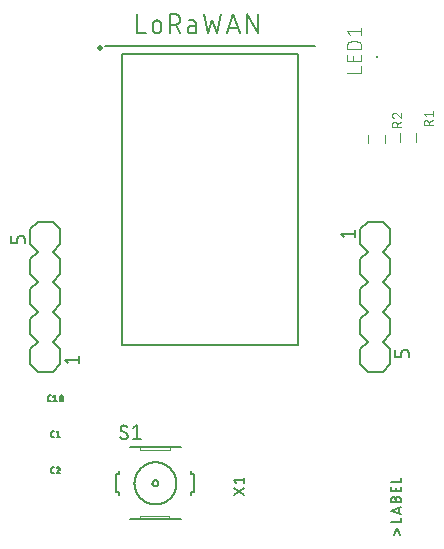
<source format=gbr>
G04 EAGLE Gerber RS-274X export*
G75*
%MOMM*%
%FSLAX34Y34*%
%LPD*%
%INSilkscreen Top*%
%IPPOS*%
%AMOC8*
5,1,8,0,0,1.08239X$1,22.5*%
G01*
%ADD10C,0.152400*%
%ADD11C,0.127000*%
%ADD12C,0.050800*%
%ADD13C,0.177800*%
%ADD14C,0.508000*%
%ADD15C,0.120000*%
%ADD16C,0.076200*%
%ADD17R,0.200000X0.200000*%
%ADD18C,0.101600*%


D10*
X129032Y963168D02*
X129032Y946912D01*
X136257Y946912D01*
X141889Y950524D02*
X141889Y954137D01*
X141890Y954137D02*
X141892Y954256D01*
X141898Y954376D01*
X141908Y954495D01*
X141922Y954613D01*
X141939Y954732D01*
X141961Y954849D01*
X141986Y954966D01*
X142016Y955081D01*
X142049Y955196D01*
X142086Y955310D01*
X142126Y955422D01*
X142171Y955533D01*
X142219Y955642D01*
X142270Y955750D01*
X142325Y955856D01*
X142384Y955960D01*
X142446Y956062D01*
X142511Y956162D01*
X142580Y956260D01*
X142652Y956356D01*
X142727Y956449D01*
X142804Y956539D01*
X142885Y956627D01*
X142969Y956712D01*
X143056Y956794D01*
X143145Y956874D01*
X143237Y956950D01*
X143331Y957024D01*
X143428Y957094D01*
X143526Y957161D01*
X143627Y957225D01*
X143731Y957285D01*
X143836Y957342D01*
X143943Y957395D01*
X144051Y957445D01*
X144161Y957491D01*
X144273Y957533D01*
X144386Y957572D01*
X144500Y957607D01*
X144615Y957638D01*
X144732Y957666D01*
X144849Y957689D01*
X144966Y957709D01*
X145085Y957725D01*
X145204Y957737D01*
X145323Y957745D01*
X145442Y957749D01*
X145562Y957749D01*
X145681Y957745D01*
X145800Y957737D01*
X145919Y957725D01*
X146038Y957709D01*
X146155Y957689D01*
X146272Y957666D01*
X146389Y957638D01*
X146504Y957607D01*
X146618Y957572D01*
X146731Y957533D01*
X146843Y957491D01*
X146953Y957445D01*
X147061Y957395D01*
X147168Y957342D01*
X147273Y957285D01*
X147377Y957225D01*
X147478Y957161D01*
X147576Y957094D01*
X147673Y957024D01*
X147767Y956950D01*
X147859Y956874D01*
X147948Y956794D01*
X148035Y956712D01*
X148119Y956627D01*
X148200Y956539D01*
X148277Y956449D01*
X148352Y956356D01*
X148424Y956260D01*
X148493Y956162D01*
X148558Y956062D01*
X148620Y955960D01*
X148679Y955856D01*
X148734Y955750D01*
X148785Y955642D01*
X148833Y955533D01*
X148878Y955422D01*
X148918Y955310D01*
X148955Y955196D01*
X148988Y955081D01*
X149018Y954966D01*
X149043Y954849D01*
X149065Y954732D01*
X149082Y954613D01*
X149096Y954495D01*
X149106Y954376D01*
X149112Y954256D01*
X149114Y954137D01*
X149114Y950524D01*
X149112Y950405D01*
X149106Y950285D01*
X149096Y950166D01*
X149082Y950048D01*
X149065Y949929D01*
X149043Y949812D01*
X149018Y949695D01*
X148988Y949580D01*
X148955Y949465D01*
X148918Y949351D01*
X148878Y949239D01*
X148833Y949128D01*
X148785Y949019D01*
X148734Y948911D01*
X148679Y948805D01*
X148620Y948701D01*
X148558Y948599D01*
X148493Y948499D01*
X148424Y948401D01*
X148352Y948305D01*
X148277Y948212D01*
X148200Y948122D01*
X148119Y948034D01*
X148035Y947949D01*
X147948Y947867D01*
X147859Y947787D01*
X147767Y947711D01*
X147673Y947637D01*
X147576Y947567D01*
X147478Y947500D01*
X147377Y947436D01*
X147273Y947376D01*
X147168Y947319D01*
X147061Y947266D01*
X146953Y947216D01*
X146843Y947170D01*
X146731Y947128D01*
X146618Y947089D01*
X146504Y947054D01*
X146389Y947023D01*
X146272Y946995D01*
X146155Y946972D01*
X146038Y946952D01*
X145919Y946936D01*
X145800Y946924D01*
X145681Y946916D01*
X145562Y946912D01*
X145442Y946912D01*
X145323Y946916D01*
X145204Y946924D01*
X145085Y946936D01*
X144966Y946952D01*
X144849Y946972D01*
X144732Y946995D01*
X144615Y947023D01*
X144500Y947054D01*
X144386Y947089D01*
X144273Y947128D01*
X144161Y947170D01*
X144051Y947216D01*
X143943Y947266D01*
X143836Y947319D01*
X143731Y947376D01*
X143627Y947436D01*
X143526Y947500D01*
X143428Y947567D01*
X143331Y947637D01*
X143237Y947711D01*
X143145Y947787D01*
X143056Y947867D01*
X142969Y947949D01*
X142885Y948034D01*
X142804Y948122D01*
X142727Y948212D01*
X142652Y948305D01*
X142580Y948401D01*
X142511Y948499D01*
X142446Y948599D01*
X142384Y948701D01*
X142325Y948805D01*
X142270Y948911D01*
X142219Y949019D01*
X142171Y949128D01*
X142126Y949239D01*
X142086Y949351D01*
X142049Y949465D01*
X142016Y949580D01*
X141986Y949695D01*
X141961Y949812D01*
X141939Y949929D01*
X141922Y950048D01*
X141908Y950166D01*
X141898Y950285D01*
X141892Y950405D01*
X141890Y950524D01*
X156188Y946912D02*
X156188Y963168D01*
X160703Y963168D01*
X160836Y963166D01*
X160968Y963160D01*
X161100Y963150D01*
X161232Y963137D01*
X161364Y963119D01*
X161494Y963098D01*
X161625Y963073D01*
X161754Y963044D01*
X161882Y963011D01*
X162010Y962975D01*
X162136Y962935D01*
X162261Y962891D01*
X162385Y962843D01*
X162507Y962792D01*
X162628Y962737D01*
X162747Y962679D01*
X162865Y962617D01*
X162980Y962552D01*
X163094Y962483D01*
X163205Y962412D01*
X163314Y962336D01*
X163421Y962258D01*
X163526Y962177D01*
X163628Y962092D01*
X163728Y962005D01*
X163825Y961915D01*
X163920Y961822D01*
X164011Y961726D01*
X164100Y961628D01*
X164186Y961527D01*
X164269Y961423D01*
X164349Y961317D01*
X164425Y961209D01*
X164499Y961099D01*
X164569Y960986D01*
X164636Y960872D01*
X164699Y960755D01*
X164759Y960637D01*
X164816Y960517D01*
X164869Y960395D01*
X164918Y960272D01*
X164964Y960148D01*
X165006Y960022D01*
X165044Y959895D01*
X165079Y959767D01*
X165110Y959638D01*
X165137Y959509D01*
X165160Y959378D01*
X165180Y959247D01*
X165195Y959115D01*
X165207Y958983D01*
X165215Y958851D01*
X165219Y958718D01*
X165219Y958586D01*
X165215Y958453D01*
X165207Y958321D01*
X165195Y958189D01*
X165180Y958057D01*
X165160Y957926D01*
X165137Y957795D01*
X165110Y957666D01*
X165079Y957537D01*
X165044Y957409D01*
X165006Y957282D01*
X164964Y957156D01*
X164918Y957032D01*
X164869Y956909D01*
X164816Y956787D01*
X164759Y956667D01*
X164699Y956549D01*
X164636Y956432D01*
X164569Y956318D01*
X164499Y956205D01*
X164425Y956095D01*
X164349Y955987D01*
X164269Y955881D01*
X164186Y955777D01*
X164100Y955676D01*
X164011Y955578D01*
X163920Y955482D01*
X163825Y955389D01*
X163728Y955299D01*
X163628Y955212D01*
X163526Y955127D01*
X163421Y955046D01*
X163314Y954968D01*
X163205Y954892D01*
X163094Y954821D01*
X162980Y954752D01*
X162865Y954687D01*
X162747Y954625D01*
X162628Y954567D01*
X162507Y954512D01*
X162385Y954461D01*
X162261Y954413D01*
X162136Y954369D01*
X162010Y954329D01*
X161882Y954293D01*
X161754Y954260D01*
X161625Y954231D01*
X161494Y954206D01*
X161364Y954185D01*
X161232Y954167D01*
X161100Y954154D01*
X160968Y954144D01*
X160836Y954138D01*
X160703Y954136D01*
X160703Y954137D02*
X156188Y954137D01*
X161607Y954137D02*
X165219Y946912D01*
X174676Y953234D02*
X178740Y953234D01*
X174676Y953234D02*
X174564Y953232D01*
X174453Y953226D01*
X174342Y953216D01*
X174231Y953203D01*
X174121Y953185D01*
X174012Y953163D01*
X173903Y953138D01*
X173795Y953109D01*
X173689Y953076D01*
X173583Y953039D01*
X173479Y952999D01*
X173377Y952955D01*
X173276Y952907D01*
X173177Y952856D01*
X173079Y952801D01*
X172984Y952743D01*
X172891Y952682D01*
X172800Y952617D01*
X172711Y952549D01*
X172625Y952478D01*
X172542Y952405D01*
X172461Y952328D01*
X172382Y952248D01*
X172307Y952166D01*
X172235Y952081D01*
X172165Y951994D01*
X172099Y951904D01*
X172036Y951812D01*
X171976Y951717D01*
X171920Y951621D01*
X171867Y951523D01*
X171818Y951423D01*
X171772Y951321D01*
X171730Y951218D01*
X171691Y951113D01*
X171656Y951007D01*
X171625Y950900D01*
X171598Y950792D01*
X171574Y950683D01*
X171555Y950573D01*
X171539Y950463D01*
X171527Y950352D01*
X171519Y950240D01*
X171515Y950129D01*
X171515Y950017D01*
X171519Y949906D01*
X171527Y949794D01*
X171539Y949683D01*
X171555Y949573D01*
X171574Y949463D01*
X171598Y949354D01*
X171625Y949246D01*
X171656Y949139D01*
X171691Y949033D01*
X171730Y948928D01*
X171772Y948825D01*
X171818Y948723D01*
X171867Y948623D01*
X171920Y948525D01*
X171976Y948429D01*
X172036Y948334D01*
X172099Y948242D01*
X172165Y948152D01*
X172235Y948065D01*
X172307Y947980D01*
X172382Y947898D01*
X172461Y947818D01*
X172542Y947741D01*
X172625Y947668D01*
X172711Y947597D01*
X172800Y947529D01*
X172891Y947464D01*
X172984Y947403D01*
X173079Y947345D01*
X173177Y947290D01*
X173276Y947239D01*
X173377Y947191D01*
X173479Y947147D01*
X173583Y947107D01*
X173689Y947070D01*
X173795Y947037D01*
X173903Y947008D01*
X174012Y946983D01*
X174121Y946961D01*
X174231Y946943D01*
X174342Y946930D01*
X174453Y946920D01*
X174564Y946914D01*
X174676Y946912D01*
X178740Y946912D01*
X178740Y955040D01*
X178738Y955141D01*
X178732Y955242D01*
X178723Y955343D01*
X178710Y955444D01*
X178693Y955544D01*
X178672Y955643D01*
X178648Y955741D01*
X178620Y955838D01*
X178588Y955935D01*
X178553Y956030D01*
X178514Y956123D01*
X178472Y956215D01*
X178426Y956306D01*
X178377Y956395D01*
X178325Y956481D01*
X178269Y956566D01*
X178211Y956649D01*
X178149Y956729D01*
X178084Y956807D01*
X178017Y956883D01*
X177947Y956956D01*
X177874Y957026D01*
X177798Y957093D01*
X177720Y957158D01*
X177640Y957220D01*
X177557Y957278D01*
X177472Y957334D01*
X177386Y957386D01*
X177297Y957435D01*
X177206Y957481D01*
X177114Y957523D01*
X177021Y957562D01*
X176926Y957597D01*
X176829Y957629D01*
X176732Y957657D01*
X176634Y957681D01*
X176535Y957702D01*
X176435Y957719D01*
X176334Y957732D01*
X176233Y957741D01*
X176132Y957747D01*
X176031Y957749D01*
X172418Y957749D01*
X185171Y963168D02*
X188783Y946912D01*
X192395Y957749D01*
X196008Y946912D01*
X199620Y963168D01*
X210111Y963168D02*
X204692Y946912D01*
X215529Y946912D02*
X210111Y963168D01*
X214175Y950976D02*
X206047Y950976D01*
X221748Y946912D02*
X221748Y963168D01*
X230779Y946912D01*
X230779Y963168D01*
D11*
X55451Y635381D02*
X54378Y635381D01*
X54313Y635383D01*
X54249Y635389D01*
X54185Y635399D01*
X54121Y635412D01*
X54059Y635430D01*
X53998Y635451D01*
X53938Y635475D01*
X53880Y635504D01*
X53823Y635536D01*
X53769Y635571D01*
X53717Y635609D01*
X53667Y635651D01*
X53620Y635695D01*
X53576Y635742D01*
X53534Y635792D01*
X53496Y635844D01*
X53461Y635898D01*
X53429Y635955D01*
X53400Y636013D01*
X53376Y636073D01*
X53355Y636134D01*
X53337Y636196D01*
X53324Y636260D01*
X53314Y636324D01*
X53308Y636388D01*
X53306Y636453D01*
X53306Y639135D01*
X53308Y639200D01*
X53314Y639264D01*
X53324Y639328D01*
X53337Y639392D01*
X53355Y639454D01*
X53376Y639515D01*
X53400Y639575D01*
X53429Y639633D01*
X53461Y639690D01*
X53496Y639744D01*
X53534Y639796D01*
X53576Y639846D01*
X53620Y639893D01*
X53667Y639937D01*
X53717Y639979D01*
X53769Y640017D01*
X53823Y640052D01*
X53880Y640084D01*
X53938Y640113D01*
X53998Y640137D01*
X54059Y640158D01*
X54121Y640176D01*
X54185Y640189D01*
X54249Y640199D01*
X54313Y640205D01*
X54378Y640207D01*
X55451Y640207D01*
X57907Y639135D02*
X59247Y640207D01*
X59247Y635381D01*
X57907Y635381D02*
X60588Y635381D01*
X63393Y637794D02*
X63395Y637914D01*
X63400Y638034D01*
X63409Y638154D01*
X63422Y638274D01*
X63438Y638393D01*
X63458Y638512D01*
X63482Y638630D01*
X63509Y638747D01*
X63539Y638863D01*
X63573Y638978D01*
X63611Y639093D01*
X63652Y639206D01*
X63696Y639317D01*
X63744Y639428D01*
X63795Y639537D01*
X63796Y639537D02*
X63817Y639594D01*
X63843Y639650D01*
X63871Y639705D01*
X63903Y639757D01*
X63939Y639808D01*
X63977Y639856D01*
X64018Y639902D01*
X64062Y639945D01*
X64108Y639985D01*
X64157Y640022D01*
X64209Y640056D01*
X64262Y640087D01*
X64317Y640115D01*
X64373Y640139D01*
X64431Y640160D01*
X64490Y640177D01*
X64550Y640190D01*
X64611Y640199D01*
X64673Y640205D01*
X64734Y640207D01*
X64795Y640205D01*
X64857Y640199D01*
X64918Y640190D01*
X64978Y640177D01*
X65037Y640160D01*
X65095Y640139D01*
X65151Y640115D01*
X65206Y640087D01*
X65259Y640056D01*
X65311Y640022D01*
X65360Y639985D01*
X65406Y639945D01*
X65450Y639902D01*
X65491Y639856D01*
X65529Y639808D01*
X65565Y639757D01*
X65597Y639705D01*
X65625Y639650D01*
X65651Y639594D01*
X65672Y639537D01*
X65723Y639428D01*
X65771Y639317D01*
X65815Y639206D01*
X65856Y639093D01*
X65894Y638978D01*
X65928Y638863D01*
X65958Y638747D01*
X65985Y638630D01*
X66009Y638512D01*
X66029Y638393D01*
X66045Y638274D01*
X66058Y638154D01*
X66067Y638034D01*
X66072Y637914D01*
X66074Y637794D01*
X63393Y637794D02*
X63395Y637674D01*
X63400Y637554D01*
X63409Y637434D01*
X63422Y637314D01*
X63438Y637195D01*
X63458Y637076D01*
X63482Y636958D01*
X63509Y636841D01*
X63539Y636725D01*
X63573Y636610D01*
X63611Y636495D01*
X63652Y636382D01*
X63696Y636271D01*
X63744Y636160D01*
X63795Y636051D01*
X63796Y636051D02*
X63817Y635994D01*
X63843Y635938D01*
X63871Y635883D01*
X63903Y635831D01*
X63939Y635780D01*
X63977Y635732D01*
X64018Y635686D01*
X64062Y635643D01*
X64108Y635603D01*
X64157Y635566D01*
X64209Y635532D01*
X64262Y635501D01*
X64317Y635473D01*
X64373Y635449D01*
X64431Y635428D01*
X64490Y635411D01*
X64550Y635398D01*
X64611Y635389D01*
X64673Y635383D01*
X64734Y635381D01*
X65672Y636051D02*
X65723Y636160D01*
X65771Y636271D01*
X65815Y636382D01*
X65856Y636495D01*
X65894Y636610D01*
X65928Y636725D01*
X65958Y636841D01*
X65985Y636958D01*
X66009Y637076D01*
X66029Y637195D01*
X66045Y637314D01*
X66058Y637434D01*
X66067Y637554D01*
X66072Y637674D01*
X66074Y637794D01*
X65672Y636051D02*
X65651Y635994D01*
X65625Y635938D01*
X65597Y635883D01*
X65565Y635831D01*
X65529Y635780D01*
X65491Y635732D01*
X65450Y635686D01*
X65406Y635643D01*
X65359Y635603D01*
X65311Y635566D01*
X65259Y635532D01*
X65206Y635501D01*
X65151Y635473D01*
X65095Y635449D01*
X65037Y635428D01*
X64978Y635411D01*
X64918Y635398D01*
X64857Y635389D01*
X64795Y635383D01*
X64734Y635381D01*
X63661Y636453D02*
X65806Y639135D01*
D10*
X342900Y768350D02*
X342900Y781050D01*
X342900Y768350D02*
X336550Y762000D01*
X323850Y762000D02*
X317500Y768350D01*
X336550Y762000D02*
X342900Y755650D01*
X342900Y742950D01*
X336550Y736600D01*
X323850Y736600D02*
X317500Y742950D01*
X317500Y755650D01*
X323850Y762000D01*
X323850Y787400D02*
X336550Y787400D01*
X342900Y781050D01*
X323850Y787400D02*
X317500Y781050D01*
X317500Y768350D01*
X336550Y736600D02*
X342900Y730250D01*
X342900Y717550D01*
X336550Y711200D01*
X323850Y711200D02*
X317500Y717550D01*
X317500Y730250D01*
X323850Y736600D01*
X342900Y704850D02*
X342900Y692150D01*
X336550Y685800D01*
X323850Y685800D02*
X317500Y692150D01*
X336550Y685800D02*
X342900Y679450D01*
X342900Y666750D01*
X336550Y660400D01*
X323850Y660400D01*
X317500Y666750D01*
X317500Y679450D01*
X323850Y685800D01*
X342900Y704850D02*
X336550Y711200D01*
X323850Y711200D02*
X317500Y704850D01*
X317500Y692150D01*
D11*
X304165Y774065D02*
X301625Y777240D01*
X313055Y777240D01*
X313055Y774065D02*
X313055Y780415D01*
X358775Y676275D02*
X358775Y672465D01*
X358775Y676275D02*
X358773Y676375D01*
X358767Y676474D01*
X358757Y676574D01*
X358744Y676672D01*
X358726Y676771D01*
X358705Y676868D01*
X358680Y676964D01*
X358651Y677060D01*
X358618Y677154D01*
X358582Y677247D01*
X358542Y677338D01*
X358498Y677428D01*
X358451Y677516D01*
X358401Y677602D01*
X358347Y677686D01*
X358290Y677768D01*
X358230Y677847D01*
X358166Y677925D01*
X358100Y677999D01*
X358031Y678071D01*
X357959Y678140D01*
X357885Y678206D01*
X357807Y678270D01*
X357728Y678330D01*
X357646Y678387D01*
X357562Y678441D01*
X357476Y678491D01*
X357388Y678538D01*
X357298Y678582D01*
X357207Y678622D01*
X357114Y678658D01*
X357020Y678691D01*
X356924Y678720D01*
X356828Y678745D01*
X356731Y678766D01*
X356632Y678784D01*
X356534Y678797D01*
X356434Y678807D01*
X356335Y678813D01*
X356235Y678815D01*
X354965Y678815D01*
X354865Y678813D01*
X354766Y678807D01*
X354666Y678797D01*
X354568Y678784D01*
X354469Y678766D01*
X354372Y678745D01*
X354276Y678720D01*
X354180Y678691D01*
X354086Y678658D01*
X353993Y678622D01*
X353902Y678582D01*
X353812Y678538D01*
X353724Y678491D01*
X353638Y678441D01*
X353554Y678387D01*
X353472Y678330D01*
X353393Y678270D01*
X353315Y678206D01*
X353241Y678140D01*
X353169Y678071D01*
X353100Y677999D01*
X353034Y677925D01*
X352970Y677847D01*
X352910Y677768D01*
X352853Y677686D01*
X352799Y677602D01*
X352749Y677516D01*
X352702Y677428D01*
X352658Y677338D01*
X352618Y677247D01*
X352582Y677154D01*
X352549Y677060D01*
X352520Y676964D01*
X352495Y676868D01*
X352474Y676771D01*
X352456Y676672D01*
X352443Y676574D01*
X352433Y676474D01*
X352427Y676375D01*
X352425Y676275D01*
X352425Y672465D01*
X347345Y672465D01*
X347345Y678815D01*
D10*
X38100Y679450D02*
X38100Y666750D01*
X38100Y679450D02*
X44450Y685800D01*
X57150Y685800D02*
X63500Y679450D01*
X44450Y685800D02*
X38100Y692150D01*
X38100Y704850D01*
X44450Y711200D01*
X57150Y711200D02*
X63500Y704850D01*
X63500Y692150D01*
X57150Y685800D01*
X57150Y660400D02*
X44450Y660400D01*
X38100Y666750D01*
X57150Y660400D02*
X63500Y666750D01*
X63500Y679450D01*
X44450Y711200D02*
X38100Y717550D01*
X38100Y730250D01*
X44450Y736600D01*
X57150Y736600D02*
X63500Y730250D01*
X63500Y717550D01*
X57150Y711200D01*
X38100Y742950D02*
X38100Y755650D01*
X44450Y762000D01*
X57150Y762000D02*
X63500Y755650D01*
X44450Y762000D02*
X38100Y768350D01*
X38100Y781050D01*
X44450Y787400D01*
X57150Y787400D01*
X63500Y781050D01*
X63500Y768350D01*
X57150Y762000D01*
X38100Y742950D02*
X44450Y736600D01*
X57150Y736600D02*
X63500Y742950D01*
X63500Y755650D01*
D11*
X67945Y670560D02*
X70485Y667385D01*
X67945Y670560D02*
X79375Y670560D01*
X79375Y667385D02*
X79375Y673735D01*
X33655Y768985D02*
X33655Y772795D01*
X33653Y772895D01*
X33647Y772994D01*
X33637Y773094D01*
X33624Y773192D01*
X33606Y773291D01*
X33585Y773388D01*
X33560Y773484D01*
X33531Y773580D01*
X33498Y773674D01*
X33462Y773767D01*
X33422Y773858D01*
X33378Y773948D01*
X33331Y774036D01*
X33281Y774122D01*
X33227Y774206D01*
X33170Y774288D01*
X33110Y774367D01*
X33046Y774445D01*
X32980Y774519D01*
X32911Y774591D01*
X32839Y774660D01*
X32765Y774726D01*
X32687Y774790D01*
X32608Y774850D01*
X32526Y774907D01*
X32442Y774961D01*
X32356Y775011D01*
X32268Y775058D01*
X32178Y775102D01*
X32087Y775142D01*
X31994Y775178D01*
X31900Y775211D01*
X31804Y775240D01*
X31708Y775265D01*
X31611Y775286D01*
X31512Y775304D01*
X31414Y775317D01*
X31314Y775327D01*
X31215Y775333D01*
X31115Y775335D01*
X29845Y775335D01*
X29745Y775333D01*
X29646Y775327D01*
X29546Y775317D01*
X29448Y775304D01*
X29349Y775286D01*
X29252Y775265D01*
X29156Y775240D01*
X29060Y775211D01*
X28966Y775178D01*
X28873Y775142D01*
X28782Y775102D01*
X28692Y775058D01*
X28604Y775011D01*
X28518Y774961D01*
X28434Y774907D01*
X28352Y774850D01*
X28273Y774790D01*
X28195Y774726D01*
X28121Y774660D01*
X28049Y774591D01*
X27980Y774519D01*
X27914Y774445D01*
X27850Y774367D01*
X27790Y774288D01*
X27733Y774206D01*
X27679Y774122D01*
X27629Y774036D01*
X27582Y773948D01*
X27538Y773858D01*
X27498Y773767D01*
X27462Y773674D01*
X27429Y773580D01*
X27400Y773484D01*
X27375Y773388D01*
X27354Y773291D01*
X27336Y773192D01*
X27323Y773094D01*
X27313Y772994D01*
X27307Y772895D01*
X27305Y772795D01*
X27305Y768985D01*
X22225Y768985D01*
X22225Y775335D01*
D10*
X174752Y558292D02*
X177292Y558292D01*
X177292Y573532D01*
X174752Y573532D01*
X113792Y573532D02*
X111252Y573532D01*
X111252Y558292D01*
X113792Y558292D01*
D12*
X131572Y593852D02*
X131572Y596392D01*
X131572Y593852D02*
X156972Y593852D01*
X156972Y596392D01*
X155702Y537972D02*
X131572Y537972D01*
X155702Y537972D02*
X155702Y535432D01*
X131572Y535432D02*
X131572Y537972D01*
D10*
X131572Y535432D02*
X122682Y535432D01*
X156972Y596392D02*
X165862Y596392D01*
X156972Y596392D02*
X131572Y596392D01*
X122682Y596392D01*
X131572Y535432D02*
X155702Y535432D01*
X165862Y535432D01*
X174752Y555752D02*
X174752Y558292D01*
X174752Y573532D02*
X174752Y576072D01*
X113792Y558292D02*
X113792Y555752D01*
X113792Y573532D02*
X113792Y576072D01*
X126492Y565912D02*
X126497Y566348D01*
X126513Y566784D01*
X126540Y567220D01*
X126578Y567655D01*
X126626Y568088D01*
X126684Y568521D01*
X126754Y568952D01*
X126834Y569381D01*
X126924Y569808D01*
X127025Y570232D01*
X127136Y570654D01*
X127258Y571073D01*
X127389Y571489D01*
X127531Y571902D01*
X127683Y572311D01*
X127845Y572716D01*
X128017Y573117D01*
X128199Y573514D01*
X128390Y573906D01*
X128591Y574293D01*
X128802Y574676D01*
X129022Y575053D01*
X129251Y575424D01*
X129488Y575790D01*
X129735Y576150D01*
X129991Y576504D01*
X130255Y576851D01*
X130528Y577192D01*
X130809Y577525D01*
X131098Y577852D01*
X131395Y578172D01*
X131700Y578484D01*
X132012Y578789D01*
X132332Y579086D01*
X132659Y579375D01*
X132992Y579656D01*
X133333Y579929D01*
X133680Y580193D01*
X134034Y580449D01*
X134394Y580696D01*
X134760Y580933D01*
X135131Y581162D01*
X135508Y581382D01*
X135891Y581593D01*
X136278Y581794D01*
X136670Y581985D01*
X137067Y582167D01*
X137468Y582339D01*
X137873Y582501D01*
X138282Y582653D01*
X138695Y582795D01*
X139111Y582926D01*
X139530Y583048D01*
X139952Y583159D01*
X140376Y583260D01*
X140803Y583350D01*
X141232Y583430D01*
X141663Y583500D01*
X142096Y583558D01*
X142529Y583606D01*
X142964Y583644D01*
X143400Y583671D01*
X143836Y583687D01*
X144272Y583692D01*
X144708Y583687D01*
X145144Y583671D01*
X145580Y583644D01*
X146015Y583606D01*
X146448Y583558D01*
X146881Y583500D01*
X147312Y583430D01*
X147741Y583350D01*
X148168Y583260D01*
X148592Y583159D01*
X149014Y583048D01*
X149433Y582926D01*
X149849Y582795D01*
X150262Y582653D01*
X150671Y582501D01*
X151076Y582339D01*
X151477Y582167D01*
X151874Y581985D01*
X152266Y581794D01*
X152653Y581593D01*
X153036Y581382D01*
X153413Y581162D01*
X153784Y580933D01*
X154150Y580696D01*
X154510Y580449D01*
X154864Y580193D01*
X155211Y579929D01*
X155552Y579656D01*
X155885Y579375D01*
X156212Y579086D01*
X156532Y578789D01*
X156844Y578484D01*
X157149Y578172D01*
X157446Y577852D01*
X157735Y577525D01*
X158016Y577192D01*
X158289Y576851D01*
X158553Y576504D01*
X158809Y576150D01*
X159056Y575790D01*
X159293Y575424D01*
X159522Y575053D01*
X159742Y574676D01*
X159953Y574293D01*
X160154Y573906D01*
X160345Y573514D01*
X160527Y573117D01*
X160699Y572716D01*
X160861Y572311D01*
X161013Y571902D01*
X161155Y571489D01*
X161286Y571073D01*
X161408Y570654D01*
X161519Y570232D01*
X161620Y569808D01*
X161710Y569381D01*
X161790Y568952D01*
X161860Y568521D01*
X161918Y568088D01*
X161966Y567655D01*
X162004Y567220D01*
X162031Y566784D01*
X162047Y566348D01*
X162052Y565912D01*
X162047Y565476D01*
X162031Y565040D01*
X162004Y564604D01*
X161966Y564169D01*
X161918Y563736D01*
X161860Y563303D01*
X161790Y562872D01*
X161710Y562443D01*
X161620Y562016D01*
X161519Y561592D01*
X161408Y561170D01*
X161286Y560751D01*
X161155Y560335D01*
X161013Y559922D01*
X160861Y559513D01*
X160699Y559108D01*
X160527Y558707D01*
X160345Y558310D01*
X160154Y557918D01*
X159953Y557531D01*
X159742Y557148D01*
X159522Y556771D01*
X159293Y556400D01*
X159056Y556034D01*
X158809Y555674D01*
X158553Y555320D01*
X158289Y554973D01*
X158016Y554632D01*
X157735Y554299D01*
X157446Y553972D01*
X157149Y553652D01*
X156844Y553340D01*
X156532Y553035D01*
X156212Y552738D01*
X155885Y552449D01*
X155552Y552168D01*
X155211Y551895D01*
X154864Y551631D01*
X154510Y551375D01*
X154150Y551128D01*
X153784Y550891D01*
X153413Y550662D01*
X153036Y550442D01*
X152653Y550231D01*
X152266Y550030D01*
X151874Y549839D01*
X151477Y549657D01*
X151076Y549485D01*
X150671Y549323D01*
X150262Y549171D01*
X149849Y549029D01*
X149433Y548898D01*
X149014Y548776D01*
X148592Y548665D01*
X148168Y548564D01*
X147741Y548474D01*
X147312Y548394D01*
X146881Y548324D01*
X146448Y548266D01*
X146015Y548218D01*
X145580Y548180D01*
X145144Y548153D01*
X144708Y548137D01*
X144272Y548132D01*
X143836Y548137D01*
X143400Y548153D01*
X142964Y548180D01*
X142529Y548218D01*
X142096Y548266D01*
X141663Y548324D01*
X141232Y548394D01*
X140803Y548474D01*
X140376Y548564D01*
X139952Y548665D01*
X139530Y548776D01*
X139111Y548898D01*
X138695Y549029D01*
X138282Y549171D01*
X137873Y549323D01*
X137468Y549485D01*
X137067Y549657D01*
X136670Y549839D01*
X136278Y550030D01*
X135891Y550231D01*
X135508Y550442D01*
X135131Y550662D01*
X134760Y550891D01*
X134394Y551128D01*
X134034Y551375D01*
X133680Y551631D01*
X133333Y551895D01*
X132992Y552168D01*
X132659Y552449D01*
X132332Y552738D01*
X132012Y553035D01*
X131700Y553340D01*
X131395Y553652D01*
X131098Y553972D01*
X130809Y554299D01*
X130528Y554632D01*
X130255Y554973D01*
X129991Y555320D01*
X129735Y555674D01*
X129488Y556034D01*
X129251Y556400D01*
X129022Y556771D01*
X128802Y557148D01*
X128591Y557531D01*
X128390Y557918D01*
X128199Y558310D01*
X128017Y558707D01*
X127845Y559108D01*
X127683Y559513D01*
X127531Y559922D01*
X127389Y560335D01*
X127258Y560751D01*
X127136Y561170D01*
X127025Y561592D01*
X126924Y562016D01*
X126834Y562443D01*
X126754Y562872D01*
X126684Y563303D01*
X126626Y563736D01*
X126578Y564169D01*
X126540Y564604D01*
X126513Y565040D01*
X126497Y565476D01*
X126492Y565912D01*
X141732Y565912D02*
X141734Y566012D01*
X141740Y566113D01*
X141750Y566212D01*
X141764Y566312D01*
X141781Y566411D01*
X141803Y566509D01*
X141829Y566606D01*
X141858Y566702D01*
X141891Y566796D01*
X141928Y566890D01*
X141968Y566982D01*
X142012Y567072D01*
X142060Y567160D01*
X142111Y567247D01*
X142165Y567331D01*
X142223Y567413D01*
X142284Y567493D01*
X142348Y567570D01*
X142415Y567645D01*
X142485Y567717D01*
X142558Y567786D01*
X142633Y567852D01*
X142711Y567916D01*
X142791Y567976D01*
X142874Y568033D01*
X142959Y568086D01*
X143046Y568136D01*
X143135Y568183D01*
X143225Y568226D01*
X143317Y568266D01*
X143411Y568302D01*
X143506Y568334D01*
X143602Y568362D01*
X143700Y568387D01*
X143798Y568407D01*
X143897Y568424D01*
X143997Y568437D01*
X144096Y568446D01*
X144197Y568451D01*
X144297Y568452D01*
X144397Y568449D01*
X144498Y568442D01*
X144597Y568431D01*
X144697Y568416D01*
X144795Y568398D01*
X144893Y568375D01*
X144990Y568348D01*
X145085Y568318D01*
X145180Y568284D01*
X145273Y568246D01*
X145364Y568205D01*
X145454Y568160D01*
X145542Y568112D01*
X145628Y568060D01*
X145712Y568005D01*
X145793Y567946D01*
X145872Y567884D01*
X145949Y567820D01*
X146023Y567752D01*
X146094Y567681D01*
X146163Y567608D01*
X146228Y567532D01*
X146291Y567453D01*
X146350Y567372D01*
X146406Y567289D01*
X146459Y567204D01*
X146508Y567116D01*
X146554Y567027D01*
X146596Y566936D01*
X146635Y566843D01*
X146670Y566749D01*
X146701Y566654D01*
X146729Y566557D01*
X146752Y566460D01*
X146772Y566361D01*
X146788Y566262D01*
X146800Y566163D01*
X146808Y566062D01*
X146812Y565962D01*
X146812Y565862D01*
X146808Y565762D01*
X146800Y565661D01*
X146788Y565562D01*
X146772Y565463D01*
X146752Y565364D01*
X146729Y565267D01*
X146701Y565170D01*
X146670Y565075D01*
X146635Y564981D01*
X146596Y564888D01*
X146554Y564797D01*
X146508Y564708D01*
X146459Y564620D01*
X146406Y564535D01*
X146350Y564452D01*
X146291Y564371D01*
X146228Y564292D01*
X146163Y564216D01*
X146094Y564143D01*
X146023Y564072D01*
X145949Y564004D01*
X145872Y563940D01*
X145793Y563878D01*
X145712Y563819D01*
X145628Y563764D01*
X145542Y563712D01*
X145454Y563664D01*
X145364Y563619D01*
X145273Y563578D01*
X145180Y563540D01*
X145085Y563506D01*
X144990Y563476D01*
X144893Y563449D01*
X144795Y563426D01*
X144697Y563408D01*
X144597Y563393D01*
X144498Y563382D01*
X144397Y563375D01*
X144297Y563372D01*
X144197Y563373D01*
X144096Y563378D01*
X143997Y563387D01*
X143897Y563400D01*
X143798Y563417D01*
X143700Y563437D01*
X143602Y563462D01*
X143506Y563490D01*
X143411Y563522D01*
X143317Y563558D01*
X143225Y563598D01*
X143135Y563641D01*
X143046Y563688D01*
X142959Y563738D01*
X142874Y563791D01*
X142791Y563848D01*
X142711Y563908D01*
X142633Y563972D01*
X142558Y564038D01*
X142485Y564107D01*
X142415Y564179D01*
X142348Y564254D01*
X142284Y564331D01*
X142223Y564411D01*
X142165Y564493D01*
X142111Y564577D01*
X142060Y564664D01*
X142012Y564752D01*
X141968Y564842D01*
X141928Y564934D01*
X141891Y565028D01*
X141858Y565122D01*
X141829Y565218D01*
X141803Y565315D01*
X141781Y565413D01*
X141764Y565512D01*
X141750Y565612D01*
X141740Y565711D01*
X141734Y565812D01*
X141732Y565912D01*
D11*
X118237Y603377D02*
X118337Y603379D01*
X118436Y603385D01*
X118536Y603395D01*
X118634Y603408D01*
X118733Y603426D01*
X118830Y603447D01*
X118926Y603472D01*
X119022Y603501D01*
X119116Y603534D01*
X119209Y603570D01*
X119300Y603610D01*
X119390Y603654D01*
X119478Y603701D01*
X119564Y603751D01*
X119648Y603805D01*
X119730Y603862D01*
X119809Y603922D01*
X119887Y603986D01*
X119961Y604052D01*
X120033Y604121D01*
X120102Y604193D01*
X120168Y604267D01*
X120232Y604345D01*
X120292Y604424D01*
X120349Y604506D01*
X120403Y604590D01*
X120453Y604676D01*
X120500Y604764D01*
X120544Y604854D01*
X120584Y604945D01*
X120620Y605038D01*
X120653Y605132D01*
X120682Y605228D01*
X120707Y605324D01*
X120728Y605421D01*
X120746Y605520D01*
X120759Y605618D01*
X120769Y605718D01*
X120775Y605817D01*
X120777Y605917D01*
X118237Y603377D02*
X118096Y603379D01*
X117955Y603384D01*
X117814Y603394D01*
X117673Y603407D01*
X117533Y603423D01*
X117393Y603444D01*
X117254Y603468D01*
X117115Y603496D01*
X116978Y603527D01*
X116841Y603562D01*
X116705Y603600D01*
X116570Y603642D01*
X116437Y603688D01*
X116304Y603737D01*
X116173Y603790D01*
X116044Y603846D01*
X115915Y603905D01*
X115789Y603968D01*
X115664Y604034D01*
X115541Y604103D01*
X115420Y604176D01*
X115301Y604252D01*
X115183Y604331D01*
X115068Y604412D01*
X114956Y604497D01*
X114845Y604585D01*
X114737Y604676D01*
X114631Y604769D01*
X114528Y604866D01*
X114427Y604965D01*
X114745Y612267D02*
X114747Y612367D01*
X114753Y612466D01*
X114763Y612566D01*
X114776Y612664D01*
X114794Y612763D01*
X114815Y612860D01*
X114840Y612956D01*
X114869Y613052D01*
X114902Y613146D01*
X114938Y613239D01*
X114978Y613330D01*
X115022Y613420D01*
X115069Y613508D01*
X115119Y613594D01*
X115173Y613678D01*
X115230Y613760D01*
X115290Y613839D01*
X115354Y613917D01*
X115420Y613991D01*
X115489Y614063D01*
X115561Y614132D01*
X115635Y614198D01*
X115713Y614262D01*
X115792Y614322D01*
X115874Y614379D01*
X115958Y614433D01*
X116044Y614483D01*
X116132Y614530D01*
X116222Y614574D01*
X116313Y614614D01*
X116406Y614650D01*
X116500Y614683D01*
X116596Y614712D01*
X116692Y614737D01*
X116789Y614758D01*
X116888Y614776D01*
X116986Y614789D01*
X117086Y614799D01*
X117185Y614805D01*
X117285Y614807D01*
X117285Y614808D02*
X117418Y614806D01*
X117551Y614801D01*
X117684Y614791D01*
X117817Y614778D01*
X117949Y614761D01*
X118081Y614741D01*
X118212Y614717D01*
X118342Y614689D01*
X118472Y614658D01*
X118600Y614623D01*
X118728Y614584D01*
X118854Y614542D01*
X118979Y614496D01*
X119103Y614447D01*
X119226Y614395D01*
X119347Y614339D01*
X119466Y614279D01*
X119584Y614217D01*
X119699Y614151D01*
X119813Y614082D01*
X119925Y614009D01*
X120035Y613934D01*
X120143Y613855D01*
X116014Y610044D02*
X115930Y610096D01*
X115847Y610151D01*
X115767Y610210D01*
X115689Y610271D01*
X115614Y610335D01*
X115541Y610403D01*
X115470Y610473D01*
X115403Y610545D01*
X115338Y610620D01*
X115276Y610698D01*
X115217Y610778D01*
X115161Y610860D01*
X115109Y610944D01*
X115060Y611030D01*
X115014Y611118D01*
X114971Y611208D01*
X114932Y611299D01*
X114897Y611392D01*
X114865Y611486D01*
X114837Y611581D01*
X114812Y611677D01*
X114792Y611774D01*
X114774Y611872D01*
X114761Y611970D01*
X114752Y612069D01*
X114746Y612168D01*
X114744Y612267D01*
X119507Y608140D02*
X119591Y608088D01*
X119674Y608033D01*
X119754Y607974D01*
X119832Y607913D01*
X119907Y607849D01*
X119980Y607781D01*
X120051Y607711D01*
X120118Y607639D01*
X120183Y607564D01*
X120245Y607486D01*
X120304Y607406D01*
X120360Y607324D01*
X120412Y607240D01*
X120461Y607154D01*
X120507Y607066D01*
X120550Y606976D01*
X120589Y606885D01*
X120624Y606792D01*
X120656Y606698D01*
X120684Y606603D01*
X120709Y606507D01*
X120729Y606410D01*
X120747Y606312D01*
X120760Y606214D01*
X120769Y606115D01*
X120775Y606016D01*
X120777Y605917D01*
X119507Y608140D02*
X116015Y610045D01*
X125476Y612267D02*
X128651Y614807D01*
X128651Y603377D01*
X125476Y603377D02*
X131826Y603377D01*
D13*
X346583Y522195D02*
X348911Y527783D01*
X351240Y522195D01*
X352171Y532748D02*
X343789Y532748D01*
X352171Y532748D02*
X352171Y536474D01*
X352171Y539874D02*
X343789Y542668D01*
X352171Y545462D01*
X350076Y544763D02*
X350076Y540572D01*
X347514Y550004D02*
X347514Y552332D01*
X347515Y552332D02*
X347517Y552427D01*
X347523Y552522D01*
X347532Y552616D01*
X347546Y552710D01*
X347563Y552804D01*
X347584Y552896D01*
X347609Y552988D01*
X347638Y553078D01*
X347670Y553168D01*
X347706Y553256D01*
X347746Y553342D01*
X347788Y553427D01*
X347835Y553510D01*
X347885Y553591D01*
X347938Y553669D01*
X347994Y553746D01*
X348053Y553820D01*
X348115Y553892D01*
X348180Y553961D01*
X348248Y554028D01*
X348318Y554091D01*
X348392Y554152D01*
X348467Y554210D01*
X348545Y554264D01*
X348625Y554316D01*
X348707Y554364D01*
X348790Y554408D01*
X348876Y554450D01*
X348963Y554487D01*
X349052Y554521D01*
X349142Y554552D01*
X349233Y554579D01*
X349325Y554602D01*
X349418Y554621D01*
X349512Y554636D01*
X349606Y554648D01*
X349701Y554656D01*
X349796Y554660D01*
X349890Y554660D01*
X349985Y554656D01*
X350080Y554648D01*
X350174Y554636D01*
X350268Y554621D01*
X350361Y554602D01*
X350453Y554579D01*
X350544Y554552D01*
X350634Y554521D01*
X350723Y554487D01*
X350810Y554450D01*
X350896Y554408D01*
X350979Y554364D01*
X351061Y554316D01*
X351141Y554264D01*
X351219Y554210D01*
X351294Y554152D01*
X351368Y554091D01*
X351438Y554028D01*
X351506Y553961D01*
X351571Y553892D01*
X351633Y553820D01*
X351692Y553746D01*
X351748Y553669D01*
X351801Y553591D01*
X351851Y553510D01*
X351898Y553427D01*
X351940Y553342D01*
X351980Y553256D01*
X352016Y553168D01*
X352048Y553078D01*
X352077Y552988D01*
X352102Y552896D01*
X352123Y552804D01*
X352140Y552710D01*
X352154Y552616D01*
X352163Y552522D01*
X352169Y552427D01*
X352171Y552332D01*
X352171Y550004D01*
X343789Y550004D01*
X343789Y552332D01*
X343791Y552417D01*
X343797Y552501D01*
X343806Y552586D01*
X343820Y552669D01*
X343837Y552752D01*
X343858Y552835D01*
X343883Y552916D01*
X343911Y552996D01*
X343943Y553074D01*
X343979Y553151D01*
X344018Y553227D01*
X344060Y553300D01*
X344106Y553371D01*
X344155Y553441D01*
X344207Y553508D01*
X344262Y553572D01*
X344320Y553634D01*
X344380Y553694D01*
X344444Y553750D01*
X344509Y553804D01*
X344578Y553854D01*
X344648Y553901D01*
X344721Y553945D01*
X344795Y553986D01*
X344871Y554023D01*
X344949Y554057D01*
X345028Y554087D01*
X345109Y554114D01*
X345190Y554137D01*
X345273Y554156D01*
X345356Y554171D01*
X345440Y554183D01*
X345525Y554191D01*
X345610Y554195D01*
X345694Y554195D01*
X345779Y554191D01*
X345864Y554183D01*
X345948Y554171D01*
X346031Y554156D01*
X346114Y554137D01*
X346195Y554114D01*
X346276Y554087D01*
X346355Y554057D01*
X346433Y554023D01*
X346509Y553986D01*
X346584Y553945D01*
X346656Y553901D01*
X346726Y553854D01*
X346795Y553804D01*
X346860Y553750D01*
X346924Y553694D01*
X346984Y553634D01*
X347042Y553572D01*
X347097Y553508D01*
X347149Y553441D01*
X347198Y553371D01*
X347244Y553300D01*
X347286Y553227D01*
X347325Y553151D01*
X347361Y553074D01*
X347393Y552996D01*
X347421Y552916D01*
X347446Y552835D01*
X347467Y552752D01*
X347484Y552669D01*
X347498Y552586D01*
X347507Y552501D01*
X347513Y552417D01*
X347515Y552332D01*
X352171Y558961D02*
X352171Y562686D01*
X352171Y558961D02*
X343789Y558961D01*
X343789Y562686D01*
X347514Y561755D02*
X347514Y558961D01*
X343789Y566886D02*
X352171Y566886D01*
X352171Y570611D01*
X218821Y556345D02*
X210439Y561933D01*
X210439Y556345D02*
X218821Y561933D01*
X212302Y565954D02*
X210439Y568283D01*
X218821Y568283D01*
X218821Y570611D02*
X218821Y565954D01*
D11*
X58194Y605155D02*
X57122Y605155D01*
X57057Y605157D01*
X56993Y605163D01*
X56929Y605173D01*
X56865Y605186D01*
X56803Y605204D01*
X56742Y605225D01*
X56682Y605249D01*
X56624Y605278D01*
X56567Y605310D01*
X56513Y605345D01*
X56461Y605383D01*
X56411Y605425D01*
X56364Y605469D01*
X56320Y605516D01*
X56278Y605566D01*
X56240Y605618D01*
X56205Y605672D01*
X56173Y605729D01*
X56144Y605787D01*
X56120Y605847D01*
X56099Y605908D01*
X56081Y605970D01*
X56068Y606034D01*
X56058Y606098D01*
X56052Y606162D01*
X56050Y606227D01*
X56049Y606227D02*
X56049Y608909D01*
X56050Y608909D02*
X56052Y608974D01*
X56058Y609038D01*
X56068Y609102D01*
X56081Y609166D01*
X56099Y609228D01*
X56120Y609289D01*
X56144Y609349D01*
X56173Y609407D01*
X56205Y609464D01*
X56240Y609518D01*
X56278Y609570D01*
X56320Y609620D01*
X56364Y609667D01*
X56411Y609711D01*
X56461Y609753D01*
X56513Y609791D01*
X56567Y609826D01*
X56624Y609858D01*
X56682Y609887D01*
X56742Y609911D01*
X56803Y609932D01*
X56865Y609950D01*
X56929Y609963D01*
X56993Y609973D01*
X57057Y609979D01*
X57122Y609981D01*
X58194Y609981D01*
X60650Y608909D02*
X61990Y609981D01*
X61990Y605155D01*
X60650Y605155D02*
X63331Y605155D01*
X58194Y574675D02*
X57122Y574675D01*
X57057Y574677D01*
X56993Y574683D01*
X56929Y574693D01*
X56865Y574706D01*
X56803Y574724D01*
X56742Y574745D01*
X56682Y574769D01*
X56624Y574798D01*
X56567Y574830D01*
X56513Y574865D01*
X56461Y574903D01*
X56411Y574945D01*
X56364Y574989D01*
X56320Y575036D01*
X56278Y575086D01*
X56240Y575138D01*
X56205Y575192D01*
X56173Y575249D01*
X56144Y575307D01*
X56120Y575367D01*
X56099Y575428D01*
X56081Y575490D01*
X56068Y575554D01*
X56058Y575618D01*
X56052Y575682D01*
X56050Y575747D01*
X56049Y575747D02*
X56049Y578429D01*
X56050Y578429D02*
X56052Y578494D01*
X56058Y578558D01*
X56068Y578622D01*
X56081Y578686D01*
X56099Y578748D01*
X56120Y578809D01*
X56144Y578869D01*
X56173Y578927D01*
X56205Y578984D01*
X56240Y579038D01*
X56278Y579090D01*
X56320Y579140D01*
X56364Y579187D01*
X56411Y579231D01*
X56461Y579273D01*
X56513Y579311D01*
X56567Y579346D01*
X56624Y579378D01*
X56682Y579407D01*
X56742Y579431D01*
X56803Y579452D01*
X56865Y579470D01*
X56929Y579483D01*
X56993Y579493D01*
X57057Y579499D01*
X57122Y579501D01*
X58194Y579501D01*
X62124Y579501D02*
X62192Y579499D01*
X62259Y579493D01*
X62326Y579484D01*
X62393Y579471D01*
X62458Y579454D01*
X62523Y579433D01*
X62586Y579409D01*
X62648Y579381D01*
X62708Y579350D01*
X62766Y579316D01*
X62822Y579278D01*
X62877Y579238D01*
X62928Y579194D01*
X62977Y579147D01*
X63024Y579098D01*
X63068Y579047D01*
X63108Y578992D01*
X63146Y578936D01*
X63180Y578878D01*
X63211Y578818D01*
X63239Y578756D01*
X63263Y578693D01*
X63284Y578628D01*
X63301Y578563D01*
X63314Y578496D01*
X63323Y578429D01*
X63329Y578362D01*
X63331Y578294D01*
X62124Y579501D02*
X62046Y579499D01*
X61968Y579493D01*
X61891Y579483D01*
X61814Y579470D01*
X61738Y579452D01*
X61663Y579431D01*
X61589Y579406D01*
X61517Y579377D01*
X61446Y579345D01*
X61377Y579309D01*
X61309Y579270D01*
X61244Y579227D01*
X61181Y579181D01*
X61120Y579132D01*
X61062Y579080D01*
X61007Y579025D01*
X60954Y578968D01*
X60905Y578908D01*
X60858Y578845D01*
X60815Y578781D01*
X60775Y578714D01*
X60738Y578645D01*
X60705Y578574D01*
X60675Y578502D01*
X60649Y578429D01*
X62929Y577356D02*
X62978Y577405D01*
X63025Y577457D01*
X63068Y577512D01*
X63109Y577569D01*
X63147Y577628D01*
X63181Y577689D01*
X63212Y577752D01*
X63240Y577816D01*
X63264Y577882D01*
X63284Y577948D01*
X63301Y578016D01*
X63314Y578085D01*
X63323Y578154D01*
X63329Y578224D01*
X63331Y578294D01*
X62929Y577356D02*
X60650Y574675D01*
X63331Y574675D01*
X101500Y936140D02*
X279500Y936140D01*
X265300Y929540D02*
X115700Y929540D01*
X115700Y683340D01*
X265300Y683340D01*
X265300Y929540D01*
D14*
X96900Y934290D03*
D15*
X338470Y860850D02*
X338470Y853650D01*
X324470Y853650D02*
X324470Y860850D01*
D16*
X344551Y867542D02*
X352489Y867542D01*
X344551Y867542D02*
X344551Y869747D01*
X344553Y869839D01*
X344559Y869932D01*
X344568Y870023D01*
X344582Y870115D01*
X344599Y870205D01*
X344620Y870295D01*
X344645Y870384D01*
X344674Y870472D01*
X344706Y870559D01*
X344742Y870644D01*
X344781Y870727D01*
X344824Y870809D01*
X344870Y870889D01*
X344919Y870967D01*
X344972Y871043D01*
X345028Y871117D01*
X345087Y871188D01*
X345149Y871256D01*
X345213Y871322D01*
X345281Y871386D01*
X345350Y871446D01*
X345423Y871503D01*
X345498Y871558D01*
X345575Y871609D01*
X345654Y871657D01*
X345734Y871701D01*
X345817Y871742D01*
X345902Y871780D01*
X345987Y871814D01*
X346075Y871844D01*
X346163Y871871D01*
X346252Y871894D01*
X346343Y871913D01*
X346434Y871928D01*
X346526Y871940D01*
X346618Y871948D01*
X346710Y871952D01*
X346802Y871952D01*
X346894Y871948D01*
X346986Y871940D01*
X347078Y871928D01*
X347169Y871913D01*
X347260Y871894D01*
X347349Y871871D01*
X347437Y871844D01*
X347525Y871814D01*
X347610Y871780D01*
X347695Y871742D01*
X347778Y871701D01*
X347859Y871657D01*
X347937Y871609D01*
X348014Y871558D01*
X348089Y871503D01*
X348162Y871446D01*
X348231Y871386D01*
X348299Y871322D01*
X348363Y871256D01*
X348425Y871188D01*
X348484Y871117D01*
X348540Y871043D01*
X348593Y870967D01*
X348642Y870889D01*
X348688Y870809D01*
X348731Y870727D01*
X348770Y870644D01*
X348806Y870559D01*
X348838Y870472D01*
X348867Y870384D01*
X348892Y870295D01*
X348913Y870205D01*
X348930Y870115D01*
X348944Y870023D01*
X348953Y869932D01*
X348959Y869839D01*
X348961Y869747D01*
X348961Y867542D01*
X348961Y870188D02*
X352489Y871952D01*
X346536Y879730D02*
X346449Y879728D01*
X346363Y879722D01*
X346277Y879713D01*
X346191Y879700D01*
X346106Y879683D01*
X346022Y879662D01*
X345939Y879638D01*
X345857Y879610D01*
X345776Y879579D01*
X345697Y879544D01*
X345619Y879506D01*
X345544Y879464D01*
X345469Y879419D01*
X345397Y879371D01*
X345328Y879320D01*
X345260Y879266D01*
X345195Y879208D01*
X345132Y879149D01*
X345073Y879086D01*
X345015Y879021D01*
X344961Y878953D01*
X344910Y878884D01*
X344862Y878812D01*
X344817Y878738D01*
X344775Y878662D01*
X344737Y878584D01*
X344702Y878505D01*
X344671Y878424D01*
X344643Y878342D01*
X344619Y878259D01*
X344598Y878175D01*
X344581Y878090D01*
X344568Y878004D01*
X344559Y877918D01*
X344553Y877832D01*
X344551Y877745D01*
X344553Y877645D01*
X344559Y877545D01*
X344569Y877445D01*
X344582Y877346D01*
X344600Y877247D01*
X344622Y877149D01*
X344647Y877052D01*
X344676Y876956D01*
X344709Y876862D01*
X344745Y876768D01*
X344786Y876677D01*
X344829Y876587D01*
X344877Y876498D01*
X344927Y876412D01*
X344981Y876327D01*
X345039Y876245D01*
X345099Y876165D01*
X345163Y876088D01*
X345229Y876013D01*
X345299Y875941D01*
X345371Y875871D01*
X345446Y875805D01*
X345524Y875741D01*
X345604Y875681D01*
X345686Y875624D01*
X345770Y875570D01*
X345857Y875519D01*
X345945Y875472D01*
X346035Y875428D01*
X346127Y875388D01*
X346221Y875352D01*
X346315Y875319D01*
X348080Y879068D02*
X348016Y879133D01*
X347949Y879194D01*
X347880Y879253D01*
X347808Y879309D01*
X347734Y879362D01*
X347658Y879411D01*
X347579Y879457D01*
X347499Y879500D01*
X347417Y879539D01*
X347334Y879575D01*
X347249Y879607D01*
X347163Y879636D01*
X347075Y879661D01*
X346987Y879682D01*
X346898Y879699D01*
X346808Y879713D01*
X346718Y879722D01*
X346627Y879728D01*
X346536Y879730D01*
X348079Y879068D02*
X352489Y875319D01*
X352489Y879729D01*
D17*
X331470Y926830D03*
D18*
X318262Y913638D02*
X306578Y913638D01*
X318262Y913638D02*
X318262Y918831D01*
X318262Y923544D02*
X318262Y928737D01*
X318262Y923544D02*
X306578Y923544D01*
X306578Y928737D01*
X311771Y927439D02*
X311771Y923544D01*
X306578Y933427D02*
X318262Y933427D01*
X306578Y933427D02*
X306578Y936673D01*
X306580Y936786D01*
X306586Y936899D01*
X306596Y937012D01*
X306610Y937125D01*
X306627Y937237D01*
X306649Y937348D01*
X306674Y937458D01*
X306704Y937568D01*
X306737Y937676D01*
X306774Y937783D01*
X306814Y937889D01*
X306859Y937993D01*
X306907Y938096D01*
X306958Y938197D01*
X307013Y938296D01*
X307071Y938393D01*
X307133Y938488D01*
X307198Y938581D01*
X307266Y938671D01*
X307337Y938759D01*
X307412Y938845D01*
X307489Y938928D01*
X307569Y939008D01*
X307652Y939085D01*
X307738Y939160D01*
X307826Y939231D01*
X307916Y939299D01*
X308009Y939364D01*
X308104Y939426D01*
X308201Y939484D01*
X308300Y939539D01*
X308401Y939590D01*
X308504Y939638D01*
X308608Y939683D01*
X308714Y939723D01*
X308821Y939760D01*
X308929Y939793D01*
X309039Y939823D01*
X309149Y939848D01*
X309260Y939870D01*
X309372Y939887D01*
X309485Y939901D01*
X309598Y939911D01*
X309711Y939917D01*
X309824Y939919D01*
X315016Y939919D01*
X315129Y939917D01*
X315242Y939911D01*
X315355Y939901D01*
X315468Y939887D01*
X315580Y939870D01*
X315691Y939848D01*
X315801Y939823D01*
X315911Y939793D01*
X316019Y939760D01*
X316126Y939723D01*
X316232Y939683D01*
X316336Y939638D01*
X316439Y939590D01*
X316540Y939539D01*
X316639Y939484D01*
X316736Y939426D01*
X316831Y939364D01*
X316924Y939299D01*
X317014Y939231D01*
X317102Y939160D01*
X317188Y939085D01*
X317271Y939008D01*
X317351Y938928D01*
X317428Y938845D01*
X317503Y938759D01*
X317574Y938671D01*
X317642Y938581D01*
X317707Y938488D01*
X317769Y938393D01*
X317827Y938296D01*
X317882Y938197D01*
X317933Y938096D01*
X317981Y937993D01*
X318026Y937889D01*
X318066Y937783D01*
X318103Y937676D01*
X318136Y937568D01*
X318166Y937458D01*
X318191Y937348D01*
X318213Y937237D01*
X318230Y937125D01*
X318244Y937012D01*
X318254Y936899D01*
X318260Y936786D01*
X318262Y936673D01*
X318262Y933427D01*
X309174Y945238D02*
X306578Y948484D01*
X318262Y948484D01*
X318262Y951729D02*
X318262Y945238D01*
D15*
X365140Y862120D02*
X365140Y854920D01*
X351140Y854920D02*
X351140Y862120D01*
D16*
X371221Y868812D02*
X379159Y868812D01*
X371221Y868812D02*
X371221Y871017D01*
X371223Y871109D01*
X371229Y871202D01*
X371238Y871293D01*
X371252Y871385D01*
X371269Y871475D01*
X371290Y871565D01*
X371315Y871654D01*
X371344Y871742D01*
X371376Y871829D01*
X371412Y871914D01*
X371451Y871997D01*
X371494Y872079D01*
X371540Y872159D01*
X371589Y872237D01*
X371642Y872313D01*
X371698Y872387D01*
X371757Y872458D01*
X371819Y872526D01*
X371883Y872592D01*
X371951Y872656D01*
X372020Y872716D01*
X372093Y872773D01*
X372168Y872828D01*
X372245Y872879D01*
X372324Y872927D01*
X372404Y872971D01*
X372487Y873012D01*
X372572Y873050D01*
X372657Y873084D01*
X372745Y873114D01*
X372833Y873141D01*
X372922Y873164D01*
X373013Y873183D01*
X373104Y873198D01*
X373196Y873210D01*
X373288Y873218D01*
X373380Y873222D01*
X373472Y873222D01*
X373564Y873218D01*
X373656Y873210D01*
X373748Y873198D01*
X373839Y873183D01*
X373930Y873164D01*
X374019Y873141D01*
X374107Y873114D01*
X374195Y873084D01*
X374280Y873050D01*
X374365Y873012D01*
X374448Y872971D01*
X374529Y872927D01*
X374607Y872879D01*
X374684Y872828D01*
X374759Y872773D01*
X374832Y872716D01*
X374901Y872656D01*
X374969Y872592D01*
X375033Y872526D01*
X375095Y872458D01*
X375154Y872387D01*
X375210Y872313D01*
X375263Y872237D01*
X375312Y872159D01*
X375358Y872079D01*
X375401Y871997D01*
X375440Y871914D01*
X375476Y871829D01*
X375508Y871742D01*
X375537Y871654D01*
X375562Y871565D01*
X375583Y871475D01*
X375600Y871385D01*
X375614Y871293D01*
X375623Y871202D01*
X375629Y871109D01*
X375631Y871017D01*
X375631Y868812D01*
X375631Y871458D02*
X379159Y873222D01*
X372985Y876589D02*
X371221Y878794D01*
X379159Y878794D01*
X379159Y876589D02*
X379159Y880999D01*
M02*

</source>
